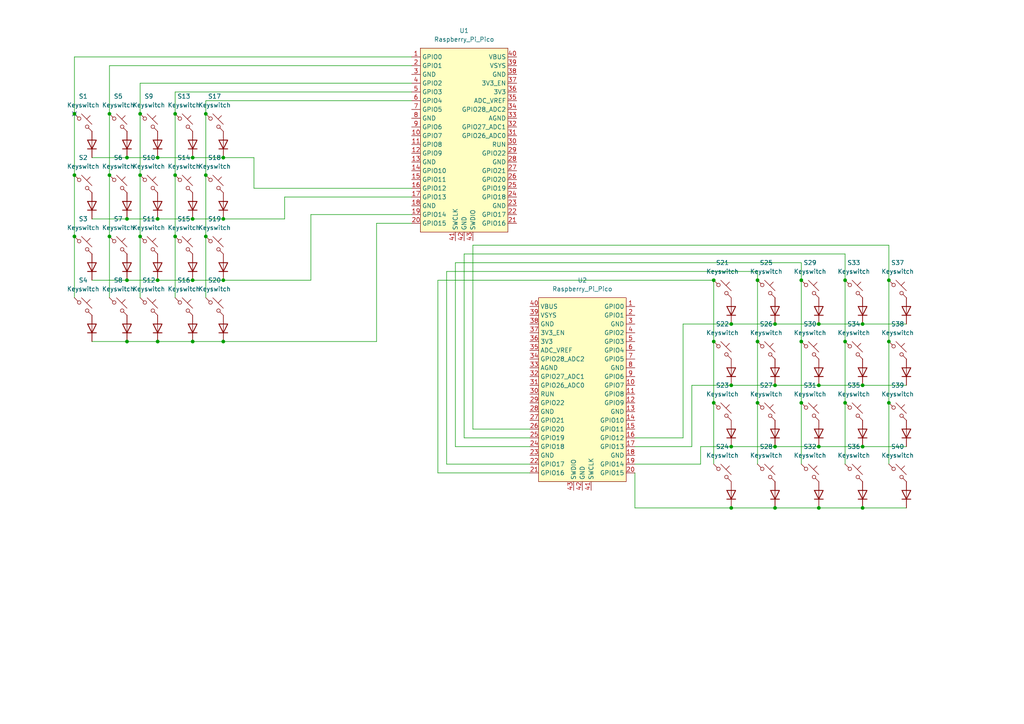
<source format=kicad_sch>
(kicad_sch (version 20231120) (generator "eeschema") (generator_version "8.0")
  (paper "A4")
  (lib_symbols
    (symbol "ScottoKeebs:MCU_Raspberry_Pi_Pico"
      (property "Reference" "U" (at 0 0 0))
      (property "Value" "Raspberry_Pi_Pico" (at 0 27.94 0))
      (symbol "MCU_Raspberry_Pi_Pico_0_1"
        (rectangle (start -12.7 26.67) (end 12.7 -26.67) (fill (type background)))
      )
      (symbol "MCU_Raspberry_Pi_Pico_1_1"
        (pin bidirectional line (at -15.24 24.13 0) (length 2.54) (name "GPIO0") (number "1"))
        (pin bidirectional line (at -15.24 1.27 0) (length 2.54) (name "GPIO7") (number "10"))
        (pin bidirectional line (at -15.24 -1.27 0) (length 2.54) (name "GPIO8") (number "11"))
        (pin bidirectional line (at -15.24 -3.81 0) (length 2.54) (name "GPIO9") (number "12"))
        (pin power_in line (at -15.24 -6.35 0) (length 2.54) (name "GND") (number "13"))
        (pin bidirectional line (at -15.24 -8.89 0) (length 2.54) (name "GPIO10") (number "14"))
        (pin bidirectional line (at -15.24 -11.43 0) (length 2.54) (name "GPIO11") (number "15"))
        (pin bidirectional line (at -15.24 -13.97 0) (length 2.54) (name "GPIO12") (number "16"))
        (pin bidirectional line (at -15.24 -16.51 0) (length 2.54) (name "GPIO13") (number "17"))
        (pin power_in line (at -15.24 -19.05 0) (length 2.54) (name "GND") (number "18"))
        (pin bidirectional line (at -15.24 -21.59 0) (length 2.54) (name "GPIO14") (number "19"))
        (pin bidirectional line (at -15.24 21.59 0) (length 2.54) (name "GPIO1") (number "2"))
        (pin bidirectional line (at -15.24 -24.13 0) (length 2.54) (name "GPIO15") (number "20"))
        (pin bidirectional line (at 15.24 -24.13 180) (length 2.54) (name "GPIO16") (number "21"))
        (pin bidirectional line (at 15.24 -21.59 180) (length 2.54) (name "GPIO17") (number "22"))
        (pin power_in line (at 15.24 -19.05 180) (length 2.54) (name "GND") (number "23"))
        (pin bidirectional line (at 15.24 -16.51 180) (length 2.54) (name "GPIO18") (number "24"))
        (pin bidirectional line (at 15.24 -13.97 180) (length 2.54) (name "GPIO19") (number "25"))
        (pin bidirectional line (at 15.24 -11.43 180) (length 2.54) (name "GPIO20") (number "26"))
        (pin bidirectional line (at 15.24 -8.89 180) (length 2.54) (name "GPIO21") (number "27"))
        (pin power_in line (at 15.24 -6.35 180) (length 2.54) (name "GND") (number "28"))
        (pin bidirectional line (at 15.24 -3.81 180) (length 2.54) (name "GPIO22") (number "29"))
        (pin power_in line (at -15.24 19.05 0) (length 2.54) (name "GND") (number "3"))
        (pin input line (at 15.24 -1.27 180) (length 2.54) (name "RUN") (number "30"))
        (pin bidirectional line (at 15.24 1.27 180) (length 2.54) (name "GPIO26_ADC0") (number "31"))
        (pin bidirectional line (at 15.24 3.81 180) (length 2.54) (name "GPIO27_ADC1") (number "32"))
        (pin power_in line (at 15.24 6.35 180) (length 2.54) (name "AGND") (number "33"))
        (pin bidirectional line (at 15.24 8.89 180) (length 2.54) (name "GPIO28_ADC2") (number "34"))
        (pin power_in line (at 15.24 11.43 180) (length 2.54) (name "ADC_VREF") (number "35"))
        (pin power_in line (at 15.24 13.97 180) (length 2.54) (name "3V3") (number "36"))
        (pin input line (at 15.24 16.51 180) (length 2.54) (name "3V3_EN") (number "37"))
        (pin bidirectional line (at 15.24 19.05 180) (length 2.54) (name "GND") (number "38"))
        (pin power_in line (at 15.24 21.59 180) (length 2.54) (name "VSYS") (number "39"))
        (pin bidirectional line (at -15.24 16.51 0) (length 2.54) (name "GPIO2") (number "4"))
        (pin power_in line (at 15.24 24.13 180) (length 2.54) (name "VBUS") (number "40"))
        (pin input line (at -2.54 -29.21 90) (length 2.54) (name "SWCLK") (number "41"))
        (pin power_in line (at 0 -29.21 90) (length 2.54) (name "GND") (number "42"))
        (pin bidirectional line (at 2.54 -29.21 90) (length 2.54) (name "SWDIO") (number "43"))
        (pin bidirectional line (at -15.24 13.97 0) (length 2.54) (name "GPIO3") (number "5"))
        (pin bidirectional line (at -15.24 11.43 0) (length 2.54) (name "GPIO4") (number "6"))
        (pin bidirectional line (at -15.24 8.89 0) (length 2.54) (name "GPIO5") (number "7"))
        (pin power_in line (at -15.24 6.35 0) (length 2.54) (name "GND") (number "8"))
        (pin bidirectional line (at -15.24 3.81 0) (length 2.54) (name "GPIO6") (number "9"))
      )
    )
    (symbol "ScottoKeebs:Placeholder_Diode" (pin_numbers hide) (pin_names hide)
      (property "Reference" "D" (at 0 2.54 0))
      (property "Value" "Diode" (at 0 -2.54 0))
      (symbol "Placeholder_Diode_0_1"
        (polyline (pts (xy -1.27 1.27) (xy -1.27 -1.27)) (stroke (width 0.254)))
        (polyline (pts (xy 1.27 0) (xy -1.27 0)))
        (polyline (pts (xy 1.27 1.27) (xy 1.27 -1.27) (xy -1.27 0) (xy 1.27 1.27)) (stroke (width 0.254)))
      )
      (symbol "Placeholder_Diode_1_1"
        (pin passive line (at -3.81 0 0) (length 2.54) (name "K") (number "1"))
        (pin passive line (at 3.81 0 180) (length 2.54) (name "A") (number "2"))
      )
    )
    (symbol "ScottoKeebs:Placeholder_Keyswitch" (pin_numbers hide) (pin_names (offset 1.016) hide)
      (property "Reference" "S" (at 3.048 1.016 0))
      (property "Value" "Keyswitch" (at 0 -3.81 0))
      (symbol "Placeholder_Keyswitch_0_1"
        (circle (center -1.1684 1.1684) (radius 0.508))
        (polyline (pts (xy -0.508 2.54) (xy 2.54 -0.508)))
        (polyline (pts (xy 1.016 1.016) (xy 2.032 2.032)))
        (polyline (pts (xy -2.54 2.54) (xy -1.524 1.524) (xy -1.524 1.524)))
        (polyline (pts (xy 1.524 -1.524) (xy 2.54 -2.54) (xy 2.54 -2.54) (xy 2.54 -2.54)))
        (circle (center 1.143 -1.1938) (radius 0.508))
        (pin passive line (at -2.54 2.54 0) (length 0) (name "1") (number "1"))
        (pin passive line (at 2.54 -2.54 180) (length 0) (name "2") (number "2"))
      )
    )
  )
  (junction (at 45.72 99.06))
  (junction (at 64.77 45.72))
  (junction (at 232.41 81.28))
  (junction (at 207.01 99.06))
  (junction (at 50.8 50.8))
  (junction (at 59.69 68.58))
  (junction (at 224.79 129.54))
  (junction (at 245.11 99.06))
  (junction (at 36.83 81.28))
  (junction (at 250.19 147.32))
  (junction (at 59.69 50.8))
  (junction (at 55.88 99.06))
  (junction (at 45.72 63.5))
  (junction (at 232.41 116.84))
  (junction (at 224.79 93.98))
  (junction (at 40.64 33.02))
  (junction (at 245.11 116.84))
  (junction (at 212.09 111.76))
  (junction (at 64.77 99.06))
  (junction (at 45.72 45.72))
  (junction (at 50.8 33.02))
  (junction (at 237.49 93.98))
  (junction (at 212.09 129.54))
  (junction (at 36.83 63.5))
  (junction (at 212.09 147.32))
  (junction (at 59.69 33.02))
  (junction (at 224.79 111.76))
  (junction (at 250.19 111.76))
  (junction (at 21.59 68.58))
  (junction (at 212.09 93.98))
  (junction (at 55.88 63.5))
  (junction (at 245.11 81.28))
  (junction (at 50.8 68.58))
  (junction (at 257.81 99.06))
  (junction (at 21.59 33.02))
  (junction (at 31.75 68.58))
  (junction (at 64.77 81.28))
  (junction (at 40.64 68.58))
  (junction (at 207.01 81.28))
  (junction (at 237.49 129.54))
  (junction (at 55.88 81.28))
  (junction (at 36.83 45.72))
  (junction (at 207.01 116.84))
  (junction (at 224.79 147.32))
  (junction (at 219.71 116.84))
  (junction (at 237.49 111.76))
  (junction (at 31.75 50.8))
  (junction (at 55.88 45.72))
  (junction (at 64.77 63.5))
  (junction (at 219.71 81.28))
  (junction (at 257.81 81.28))
  (junction (at 31.75 33.02))
  (junction (at 232.41 99.06))
  (junction (at 250.19 93.98))
  (junction (at 237.49 147.32))
  (junction (at 21.59 50.8))
  (junction (at 250.19 129.54))
  (junction (at 257.81 116.84))
  (junction (at 36.83 99.06))
  (junction (at 45.72 81.28))
  (junction (at 219.71 99.06))
  (junction (at 40.64 50.8))
  (no_connect (at 21.59 33.02))
  (wire (pts (xy 26.67 81.28) (xy 36.83 81.28)))
  (wire (pts (xy 232.41 81.28) (xy 232.41 76.2)))
  (wire (pts (xy 40.64 33.02) (xy 40.64 24.13)))
  (wire (pts (xy 219.71 81.28) (xy 219.71 99.06)))
  (wire (pts (xy 50.8 26.67) (xy 119.38 26.67)))
  (wire (pts (xy 250.19 93.98) (xy 262.89 93.98)))
  (wire (pts (xy 224.79 111.76) (xy 237.49 111.76)))
  (wire (pts (xy 257.81 116.84) (xy 257.81 134.62)))
  (wire (pts (xy 129.54 134.62) (xy 153.67 134.62)))
  (wire (pts (xy 36.83 81.28) (xy 45.72 81.28)))
  (wire (pts (xy 224.79 93.98) (xy 237.49 93.98)))
  (wire (pts (xy 64.77 63.5) (xy 82.55 63.5)))
  (wire (pts (xy 82.55 57.15) (xy 119.38 57.15)))
  (wire (pts (xy 50.8 33.02) (xy 50.8 26.67)))
  (wire (pts (xy 59.69 68.58) (xy 59.69 86.36)))
  (wire (pts (xy 207.01 99.06) (xy 207.01 116.84)))
  (wire (pts (xy 198.12 93.98) (xy 198.12 127)))
  (wire (pts (xy 31.75 19.05) (xy 119.38 19.05)))
  (wire (pts (xy 45.72 45.72) (xy 55.88 45.72)))
  (wire (pts (xy 257.81 81.28) (xy 257.81 99.06)))
  (wire (pts (xy 212.09 147.32) (xy 184.15 147.32)))
  (wire (pts (xy 59.69 33.02) (xy 59.69 50.8)))
  (wire (pts (xy 137.16 71.12) (xy 257.81 71.12)))
  (wire (pts (xy 55.88 63.5) (xy 64.77 63.5)))
  (wire (pts (xy 245.11 116.84) (xy 245.11 134.62)))
  (wire (pts (xy 55.88 99.06) (xy 64.77 99.06)))
  (wire (pts (xy 21.59 68.58) (xy 21.59 86.36)))
  (wire (pts (xy 245.11 81.28) (xy 245.11 99.06)))
  (wire (pts (xy 212.09 147.32) (xy 224.79 147.32)))
  (wire (pts (xy 45.72 99.06) (xy 55.88 99.06)))
  (wire (pts (xy 237.49 111.76) (xy 250.19 111.76)))
  (wire (pts (xy 219.71 116.84) (xy 219.71 134.62)))
  (wire (pts (xy 59.69 50.8) (xy 59.69 68.58)))
  (wire (pts (xy 203.2 129.54) (xy 203.2 134.62)))
  (wire (pts (xy 50.8 50.8) (xy 50.8 68.58)))
  (wire (pts (xy 184.15 147.32) (xy 184.15 137.16)))
  (wire (pts (xy 203.2 134.62) (xy 184.15 134.62)))
  (wire (pts (xy 59.69 29.21) (xy 119.38 29.21)))
  (wire (pts (xy 31.75 68.58) (xy 31.75 86.36)))
  (wire (pts (xy 132.08 129.54) (xy 153.67 129.54)))
  (wire (pts (xy 90.17 62.23) (xy 90.17 81.28)))
  (wire (pts (xy 21.59 33.02) (xy 21.59 50.8)))
  (wire (pts (xy 45.72 81.28) (xy 55.88 81.28)))
  (wire (pts (xy 50.8 33.02) (xy 50.8 50.8)))
  (wire (pts (xy 134.62 73.66) (xy 134.62 127)))
  (wire (pts (xy 50.8 68.58) (xy 50.8 86.36)))
  (wire (pts (xy 224.79 147.32) (xy 237.49 147.32)))
  (wire (pts (xy 137.16 71.12) (xy 137.16 124.46)))
  (wire (pts (xy 40.64 24.13) (xy 119.38 24.13)))
  (wire (pts (xy 26.67 45.72) (xy 36.83 45.72)))
  (wire (pts (xy 36.83 63.5) (xy 45.72 63.5)))
  (wire (pts (xy 232.41 81.28) (xy 232.41 99.06)))
  (wire (pts (xy 26.67 63.5) (xy 36.83 63.5)))
  (wire (pts (xy 212.09 93.98) (xy 198.12 93.98)))
  (wire (pts (xy 134.62 127) (xy 153.67 127)))
  (wire (pts (xy 21.59 16.51) (xy 119.38 16.51)))
  (wire (pts (xy 132.08 76.2) (xy 232.41 76.2)))
  (wire (pts (xy 21.59 33.02) (xy 21.59 16.51)))
  (wire (pts (xy 198.12 127) (xy 184.15 127)))
  (wire (pts (xy 212.09 129.54) (xy 224.79 129.54)))
  (wire (pts (xy 237.49 129.54) (xy 250.19 129.54)))
  (wire (pts (xy 40.64 50.8) (xy 40.64 68.58)))
  (wire (pts (xy 127 81.28) (xy 127 137.16)))
  (wire (pts (xy 55.88 81.28) (xy 64.77 81.28)))
  (wire (pts (xy 31.75 50.8) (xy 31.75 68.58)))
  (wire (pts (xy 55.88 45.72) (xy 64.77 45.72)))
  (wire (pts (xy 132.08 76.2) (xy 132.08 129.54)))
  (wire (pts (xy 82.55 57.15) (xy 82.55 63.5)))
  (wire (pts (xy 21.59 50.8) (xy 21.59 68.58)))
  (wire (pts (xy 127 81.28) (xy 207.01 81.28)))
  (wire (pts (xy 64.77 45.72) (xy 73.66 45.72)))
  (wire (pts (xy 250.19 111.76) (xy 262.89 111.76)))
  (wire (pts (xy 212.09 93.98) (xy 224.79 93.98)))
  (wire (pts (xy 245.11 81.28) (xy 245.11 73.66)))
  (wire (pts (xy 64.77 99.06) (xy 109.22 99.06)))
  (wire (pts (xy 45.72 63.5) (xy 55.88 63.5)))
  (wire (pts (xy 137.16 124.46) (xy 153.67 124.46)))
  (wire (pts (xy 36.83 45.72) (xy 45.72 45.72)))
  (wire (pts (xy 219.71 99.06) (xy 219.71 116.84)))
  (wire (pts (xy 212.09 111.76) (xy 200.66 111.76)))
  (wire (pts (xy 73.66 54.61) (xy 119.38 54.61)))
  (wire (pts (xy 224.79 129.54) (xy 237.49 129.54)))
  (wire (pts (xy 245.11 99.06) (xy 245.11 116.84)))
  (wire (pts (xy 36.83 99.06) (xy 45.72 99.06)))
  (wire (pts (xy 212.09 129.54) (xy 203.2 129.54)))
  (wire (pts (xy 200.66 111.76) (xy 200.66 129.54)))
  (wire (pts (xy 212.09 111.76) (xy 224.79 111.76)))
  (wire (pts (xy 31.75 33.02) (xy 31.75 50.8)))
  (wire (pts (xy 232.41 99.06) (xy 232.41 116.84)))
  (wire (pts (xy 129.54 78.74) (xy 219.71 78.74)))
  (wire (pts (xy 127 137.16) (xy 153.67 137.16)))
  (wire (pts (xy 237.49 93.98) (xy 250.19 93.98)))
  (wire (pts (xy 207.01 81.28) (xy 207.01 99.06)))
  (wire (pts (xy 109.22 99.06) (xy 109.22 64.77)))
  (wire (pts (xy 40.64 68.58) (xy 40.64 86.36)))
  (wire (pts (xy 250.19 129.54) (xy 262.89 129.54)))
  (wire (pts (xy 90.17 62.23) (xy 119.38 62.23)))
  (wire (pts (xy 219.71 81.28) (xy 219.71 78.74)))
  (wire (pts (xy 232.41 116.84) (xy 232.41 134.62)))
  (wire (pts (xy 184.15 129.54) (xy 200.66 129.54)))
  (wire (pts (xy 250.19 147.32) (xy 262.89 147.32)))
  (wire (pts (xy 64.77 81.28) (xy 90.17 81.28)))
  (wire (pts (xy 207.01 116.84) (xy 207.01 134.62)))
  (wire (pts (xy 59.69 33.02) (xy 59.69 29.21)))
  (wire (pts (xy 257.81 99.06) (xy 257.81 116.84)))
  (wire (pts (xy 26.67 99.06) (xy 36.83 99.06)))
  (wire (pts (xy 129.54 78.74) (xy 129.54 134.62)))
  (wire (pts (xy 31.75 33.02) (xy 31.75 19.05)))
  (wire (pts (xy 109.22 64.77) (xy 119.38 64.77)))
  (wire (pts (xy 257.81 81.28) (xy 257.81 71.12)))
  (wire (pts (xy 134.62 73.66) (xy 245.11 73.66)))
  (wire (pts (xy 237.49 147.32) (xy 250.19 147.32)))
  (wire (pts (xy 73.66 54.61) (xy 73.66 45.72)))
  (wire (pts (xy 40.64 33.02) (xy 40.64 50.8)))
  (symbol (lib_id "ScottoKeebs:Placeholder_Diode") (at 250.19 107.95 90) (unit 1)
    (property "Reference" "D34" (effects (hide yes)))
    (property "Value" "Diode" (effects (hide yes)))
    (property "Footprint" "ScottoKeebs_Components:Diode_SOD-123" (effects (hide yes)))
    (property "Description" "1N4148 (DO-35) or 1N4148W (SOD-123)" (effects (hide yes)))
    (property "Sim.Device" "D" (effects (hide yes)))
    (property "Sim.Pins" "1=K 2=A" (effects (hide yes)))
  )
  (symbol (lib_id "ScottoKeebs:Placeholder_Keyswitch") (at 62.23 88.9 0) (unit 1)
    (property "Reference" "S20" (at 62.23 81.28 0))
    (property "Value" "Keyswitch" (at 62.23 83.82 0))
    (property "Footprint" "ScottoKeebs_MX:MX_PCB_1.00u" (effects (hide yes)))
    (property "Description" "Push button switch, normally open, two pins, 45° tilted" (effects (hide yes)))
  )
  (symbol (lib_id "ScottoKeebs:Placeholder_Keyswitch") (at 34.29 88.9 0) (unit 1)
    (property "Reference" "S8" (at 34.29 81.28 0))
    (property "Value" "Keyswitch" (at 34.29 83.82 0))
    (property "Footprint" "ScottoKeebs_MX:MX_PCB_1.00u" (effects (hide yes)))
    (property "Description" "Push button switch, normally open, two pins, 45° tilted" (effects (hide yes)))
  )
  (symbol (lib_id "ScottoKeebs:Placeholder_Keyswitch") (at 209.55 119.38 0) (unit 1)
    (property "Reference" "S23" (at 209.55 111.76 0))
    (property "Value" "Keyswitch" (at 209.55 114.3 0))
    (property "Footprint" "ScottoKeebs_MX:MX_PCB_1.00u" (effects (hide yes)))
    (property "Description" "Push button switch, normally open, two pins, 45° tilted" (effects (hide yes)))
  )
  (symbol (lib_id "ScottoKeebs:Placeholder_Keyswitch") (at 209.55 83.82 0) (unit 1)
    (property "Reference" "S21" (at 209.55 76.2 0))
    (property "Value" "Keyswitch" (at 209.55 78.74 0))
    (property "Footprint" "ScottoKeebs_MX:MX_PCB_1.00u" (effects (hide yes)))
    (property "Description" "Push button switch, normally open, two pins, 45° tilted" (effects (hide yes)))
  )
  (symbol (lib_id "ScottoKeebs:Placeholder_Keyswitch") (at 222.25 101.6 0) (unit 1)
    (property "Reference" "S26" (at 222.25 93.98 0))
    (property "Value" "Keyswitch" (at 222.25 96.52 0))
    (property "Footprint" "ScottoKeebs_MX:MX_PCB_1.00u" (effects (hide yes)))
    (property "Description" "Push button switch, normally open, two pins, 45° tilted" (effects (hide yes)))
  )
  (symbol (lib_id "ScottoKeebs:Placeholder_Diode") (at 250.19 125.73 90) (unit 1)
    (property "Reference" "D35" (effects (hide yes)))
    (property "Value" "Diode" (effects (hide yes)))
    (property "Footprint" "ScottoKeebs_Components:Diode_SOD-123" (effects (hide yes)))
    (property "Description" "1N4148 (DO-35) or 1N4148W (SOD-123)" (effects (hide yes)))
    (property "Sim.Device" "D" (effects (hide yes)))
    (property "Sim.Pins" "1=K 2=A" (effects (hide yes)))
  )
  (symbol (lib_id "ScottoKeebs:Placeholder_Keyswitch") (at 53.34 35.56 0) (unit 1)
    (property "Reference" "S13" (at 53.34 27.94 0))
    (property "Value" "Keyswitch" (at 53.34 30.48 0))
    (property "Footprint" "ScottoKeebs_MX:MX_PCB_1.00u" (effects (hide yes)))
    (property "Description" "Push button switch, normally open, two pins, 45° tilted" (effects (hide yes)))
  )
  (symbol (lib_id "ScottoKeebs:Placeholder_Diode") (at 224.79 90.17 90) (unit 1)
    (property "Reference" "D25" (effects (hide yes)))
    (property "Value" "Diode" (effects (hide yes)))
    (property "Footprint" "ScottoKeebs_Components:Diode_SOD-123" (effects (hide yes)))
    (property "Description" "1N4148 (DO-35) or 1N4148W (SOD-123)" (effects (hide yes)))
    (property "Sim.Device" "D" (effects (hide yes)))
    (property "Sim.Pins" "1=K 2=A" (effects (hide yes)))
  )
  (symbol (lib_id "ScottoKeebs:Placeholder_Diode") (at 36.83 95.25 90) (unit 1)
    (property "Reference" "D8" (effects (hide yes)))
    (property "Value" "Diode" (effects (hide yes)))
    (property "Footprint" "ScottoKeebs_Components:Diode_SOD-123" (effects (hide yes)))
    (property "Description" "1N4148 (DO-35) or 1N4148W (SOD-123)" (effects (hide yes)))
    (property "Sim.Device" "D" (effects (hide yes)))
    (property "Sim.Pins" "1=K 2=A" (effects (hide yes)))
  )
  (symbol (lib_id "ScottoKeebs:Placeholder_Diode") (at 237.49 107.95 90) (unit 1)
    (property "Reference" "D30" (effects (hide yes)))
    (property "Value" "Diode" (effects (hide yes)))
    (property "Footprint" "ScottoKeebs_Components:Diode_SOD-123" (effects (hide yes)))
    (property "Description" "1N4148 (DO-35) or 1N4148W (SOD-123)" (effects (hide yes)))
    (property "Sim.Device" "D" (effects (hide yes)))
    (property "Sim.Pins" "1=K 2=A" (effects (hide yes)))
  )
  (symbol (lib_id "ScottoKeebs:Placeholder_Diode") (at 55.88 77.47 90) (unit 1)
    (property "Reference" "D15" (effects (hide yes)))
    (property "Value" "Diode" (effects (hide yes)))
    (property "Footprint" "ScottoKeebs_Components:Diode_SOD-123" (effects (hide yes)))
    (property "Description" "1N4148 (DO-35) or 1N4148W (SOD-123)" (effects (hide yes)))
    (property "Sim.Device" "D" (effects (hide yes)))
    (property "Sim.Pins" "1=K 2=A" (effects (hide yes)))
  )
  (symbol (lib_id "ScottoKeebs:Placeholder_Diode") (at 36.83 77.47 90) (unit 1)
    (property "Reference" "D7" (effects (hide yes)))
    (property "Value" "Diode" (effects (hide yes)))
    (property "Footprint" "ScottoKeebs_Components:Diode_SOD-123" (effects (hide yes)))
    (property "Description" "1N4148 (DO-35) or 1N4148W (SOD-123)" (effects (hide yes)))
    (property "Sim.Device" "D" (effects (hide yes)))
    (property "Sim.Pins" "1=K 2=A" (effects (hide yes)))
  )
  (symbol (lib_id "ScottoKeebs:Placeholder_Diode") (at 36.83 59.69 90) (unit 1)
    (property "Reference" "D6" (effects (hide yes)))
    (property "Value" "Diode" (effects (hide yes)))
    (property "Footprint" "ScottoKeebs_Components:Diode_SOD-123" (effects (hide yes)))
    (property "Description" "1N4148 (DO-35) or 1N4148W (SOD-123)" (effects (hide yes)))
    (property "Sim.Device" "D" (effects (hide yes)))
    (property "Sim.Pins" "1=K 2=A" (effects (hide yes)))
  )
  (symbol (lib_id "ScottoKeebs:Placeholder_Diode") (at 212.09 90.17 90) (unit 1)
    (property "Reference" "D21" (effects (hide yes)))
    (property "Value" "Diode" (effects (hide yes)))
    (property "Footprint" "ScottoKeebs_Components:Diode_SOD-123" (effects (hide yes)))
    (property "Description" "1N4148 (DO-35) or 1N4148W (SOD-123)" (effects (hide yes)))
    (property "Sim.Device" "D" (effects (hide yes)))
    (property "Sim.Pins" "1=K 2=A" (effects (hide yes)))
  )
  (symbol (lib_id "ScottoKeebs:Placeholder_Keyswitch") (at 53.34 53.34 0) (unit 1)
    (property "Reference" "S14" (at 53.34 45.72 0))
    (property "Value" "Keyswitch" (at 53.34 48.26 0))
    (property "Footprint" "ScottoKeebs_MX:MX_PCB_1.00u" (effects (hide yes)))
    (property "Description" "Push button switch, normally open, two pins, 45° tilted" (effects (hide yes)))
  )
  (symbol (lib_id "ScottoKeebs:Placeholder_Keyswitch") (at 260.35 83.82 0) (unit 1)
    (property "Reference" "S37" (at 260.35 76.2 0))
    (property "Value" "Keyswitch" (at 260.35 78.74 0))
    (property "Footprint" "ScottoKeebs_MX:MX_PCB_1.00u" (effects (hide yes)))
    (property "Description" "Push button switch, normally open, two pins, 45° tilted" (effects (hide yes)))
  )
  (symbol (lib_id "ScottoKeebs:Placeholder_Diode") (at 224.79 143.51 90) (unit 1)
    (property "Reference" "D28" (effects (hide yes)))
    (property "Value" "Diode" (effects (hide yes)))
    (property "Footprint" "ScottoKeebs_Components:Diode_SOD-123" (effects (hide yes)))
    (property "Description" "1N4148 (DO-35) or 1N4148W (SOD-123)" (effects (hide yes)))
    (property "Sim.Device" "D" (effects (hide yes)))
    (property "Sim.Pins" "1=K 2=A" (effects (hide yes)))
  )
  (symbol (lib_id "ScottoKeebs:Placeholder_Keyswitch") (at 260.35 101.6 0) (unit 1)
    (property "Reference" "S38" (at 260.35 93.98 0))
    (property "Value" "Keyswitch" (at 260.35 96.52 0))
    (property "Footprint" "ScottoKeebs_MX:MX_PCB_1.00u" (effects (hide yes)))
    (property "Description" "Push button switch, normally open, two pins, 45° tilted" (effects (hide yes)))
  )
  (symbol (lib_id "ScottoKeebs:Placeholder_Diode") (at 55.88 59.69 90) (unit 1)
    (property "Reference" "D14" (effects (hide yes)))
    (property "Value" "Diode" (effects (hide yes)))
    (property "Footprint" "ScottoKeebs_Components:Diode_SOD-123" (effects (hide yes)))
    (property "Description" "1N4148 (DO-35) or 1N4148W (SOD-123)" (effects (hide yes)))
    (property "Sim.Device" "D" (effects (hide yes)))
    (property "Sim.Pins" "1=K 2=A" (effects (hide yes)))
  )
  (symbol (lib_id "ScottoKeebs:Placeholder_Diode") (at 55.88 41.91 90) (unit 1)
    (property "Reference" "D13" (effects (hide yes)))
    (property "Value" "Diode" (effects (hide yes)))
    (property "Footprint" "ScottoKeebs_Components:Diode_SOD-123" (effects (hide yes)))
    (property "Description" "1N4148 (DO-35) or 1N4148W (SOD-123)" (effects (hide yes)))
    (property "Sim.Device" "D" (effects (hide yes)))
    (property "Sim.Pins" "1=K 2=A" (effects (hide yes)))
  )
  (symbol (lib_id "ScottoKeebs:Placeholder_Diode") (at 237.49 125.73 90) (unit 1)
    (property "Reference" "D31" (effects (hide yes)))
    (property "Value" "Diode" (effects (hide yes)))
    (property "Footprint" "ScottoKeebs_Components:Diode_SOD-123" (effects (hide yes)))
    (property "Description" "1N4148 (DO-35) or 1N4148W (SOD-123)" (effects (hide yes)))
    (property "Sim.Device" "D" (effects (hide yes)))
    (property "Sim.Pins" "1=K 2=A" (effects (hide yes)))
  )
  (symbol (lib_id "ScottoKeebs:Placeholder_Keyswitch") (at 43.18 71.12 0) (unit 1)
    (property "Reference" "S11" (at 43.18 63.5 0))
    (property "Value" "Keyswitch" (at 43.18 66.04 0))
    (property "Footprint" "ScottoKeebs_MX:MX_PCB_1.00u" (effects (hide yes)))
    (property "Description" "Push button switch, normally open, two pins, 45° tilted" (effects (hide yes)))
  )
  (symbol (lib_id "ScottoKeebs:Placeholder_Diode") (at 262.89 107.95 90) (unit 1)
    (property "Reference" "D38" (effects (hide yes)))
    (property "Value" "Diode" (effects (hide yes)))
    (property "Footprint" "ScottoKeebs_Components:Diode_SOD-123" (effects (hide yes)))
    (property "Description" "1N4148 (DO-35) or 1N4148W (SOD-123)" (effects (hide yes)))
    (property "Sim.Device" "D" (effects (hide yes)))
    (property "Sim.Pins" "1=K 2=A" (effects (hide yes)))
  )
  (symbol (lib_id "ScottoKeebs:Placeholder_Keyswitch") (at 34.29 71.12 0) (unit 1)
    (property "Reference" "S7" (at 34.29 63.5 0))
    (property "Value" "Keyswitch" (at 34.29 66.04 0))
    (property "Footprint" "ScottoKeebs_MX:MX_PCB_1.00u" (effects (hide yes)))
    (property "Description" "Push button switch, normally open, two pins, 45° tilted" (effects (hide yes)))
  )
  (symbol (lib_id "ScottoKeebs:Placeholder_Keyswitch") (at 234.95 137.16 0) (unit 1)
    (property "Reference" "S32" (at 234.95 129.54 0))
    (property "Value" "Keyswitch" (at 234.95 132.08 0))
    (property "Footprint" "ScottoKeebs_MX:MX_PCB_1.00u" (effects (hide yes)))
    (property "Description" "Push button switch, normally open, two pins, 45° tilted" (effects (hide yes)))
  )
  (symbol (lib_id "ScottoKeebs:Placeholder_Diode") (at 26.67 95.25 90) (unit 1)
    (property "Reference" "D4" (effects (hide yes)))
    (property "Value" "Diode" (effects (hide yes)))
    (property "Footprint" "ScottoKeebs_Components:Diode_SOD-123" (effects (hide yes)))
    (property "Description" "1N4148 (DO-35) or 1N4148W (SOD-123)" (effects (hide yes)))
    (property "Sim.Device" "D" (effects (hide yes)))
    (property "Sim.Pins" "1=K 2=A" (effects (hide yes)))
  )
  (symbol (lib_id "ScottoKeebs:Placeholder_Diode") (at 212.09 125.73 90) (unit 1)
    (property "Reference" "D23" (effects (hide yes)))
    (property "Value" "Diode" (effects (hide yes)))
    (property "Footprint" "ScottoKeebs_Components:Diode_SOD-123" (effects (hide yes)))
    (property "Description" "1N4148 (DO-35) or 1N4148W (SOD-123)" (effects (hide yes)))
    (property "Sim.Device" "D" (effects (hide yes)))
    (property "Sim.Pins" "1=K 2=A" (effects (hide yes)))
  )
  (symbol (lib_id "ScottoKeebs:Placeholder_Keyswitch") (at 209.55 101.6 0) (unit 1)
    (property "Reference" "S22" (at 209.55 93.98 0))
    (property "Value" "Keyswitch" (at 209.55 96.52 0))
    (property "Footprint" "ScottoKeebs_MX:MX_PCB_1.00u" (effects (hide yes)))
    (property "Description" "Push button switch, normally open, two pins, 45° tilted" (effects (hide yes)))
  )
  (symbol (lib_id "ScottoKeebs:Placeholder_Keyswitch") (at 24.13 35.56 0) (unit 1)
    (property "Reference" "S1" (at 24.13 27.94 0))
    (property "Value" "Keyswitch" (at 24.13 30.48 0))
    (property "Footprint" "ScottoKeebs_MX:MX_PCB_1.00u" (effects (hide yes)))
    (property "Description" "Push button switch, normally open, two pins, 45° tilted" (effects (hide yes)))
  )
  (symbol (lib_id "ScottoKeebs:Placeholder_Diode") (at 250.19 90.17 90) (unit 1)
    (property "Reference" "D33" (effects (hide yes)))
    (property "Value" "Diode" (effects (hide yes)))
    (property "Footprint" "ScottoKeebs_Components:Diode_SOD-123" (effects (hide yes)))
    (property "Description" "1N4148 (DO-35) or 1N4148W (SOD-123)" (effects (hide yes)))
    (property "Sim.Device" "D" (effects (hide yes)))
    (property "Sim.Pins" "1=K 2=A" (effects (hide yes)))
  )
  (symbol (lib_id "ScottoKeebs:Placeholder_Diode") (at 64.77 59.69 90) (unit 1)
    (property "Reference" "D18" (effects (hide yes)))
    (property "Value" "Diode" (effects (hide yes)))
    (property "Footprint" "ScottoKeebs_Components:Diode_SOD-123" (effects (hide yes)))
    (property "Description" "1N4148 (DO-35) or 1N4148W (SOD-123)" (effects (hide yes)))
    (property "Sim.Device" "D" (effects (hide yes)))
    (property "Sim.Pins" "1=K 2=A" (effects (hide yes)))
  )
  (symbol (lib_id "ScottoKeebs:Placeholder_Keyswitch") (at 43.18 88.9 0) (unit 1)
    (property "Reference" "S12" (at 43.18 81.28 0))
    (property "Value" "Keyswitch" (at 43.18 83.82 0))
    (property "Footprint" "ScottoKeebs_MX:MX_PCB_1.00u" (effects (hide yes)))
    (property "Description" "Push button switch, normally open, two pins, 45° tilted" (effects (hide yes)))
  )
  (symbol (lib_id "ScottoKeebs:Placeholder_Keyswitch") (at 247.65 137.16 0) (unit 1)
    (property "Reference" "S36" (at 247.65 129.54 0))
    (property "Value" "Keyswitch" (at 247.65 132.08 0))
    (property "Footprint" "ScottoKeebs_MX:MX_PCB_1.00u" (effects (hide yes)))
    (property "Description" "Push button switch, normally open, two pins, 45° tilted" (effects (hide yes)))
  )
  (symbol (lib_id "ScottoKeebs:Placeholder_Diode") (at 45.72 41.91 90) (unit 1)
    (property "Reference" "D9" (effects (hide yes)))
    (property "Value" "Diode" (effects (hide yes)))
    (property "Footprint" "ScottoKeebs_Components:Diode_SOD-123" (effects (hide yes)))
    (property "Description" "1N4148 (DO-35) or 1N4148W (SOD-123)" (effects (hide yes)))
    (property "Sim.Device" "D" (effects (hide yes)))
    (property "Sim.Pins" "1=K 2=A" (effects (hide yes)))
  )
  (symbol (lib_id "ScottoKeebs:Placeholder_Keyswitch") (at 247.65 101.6 0) (unit 1)
    (property "Reference" "S34" (at 247.65 93.98 0))
    (property "Value" "Keyswitch" (at 247.65 96.52 0))
    (property "Footprint" "ScottoKeebs_MX:MX_PCB_1.00u" (effects (hide yes)))
    (property "Description" "Push button switch, normally open, two pins, 45° tilted" (effects (hide yes)))
  )
  (symbol (lib_id "ScottoKeebs:Placeholder_Keyswitch") (at 222.25 83.82 0) (unit 1)
    (property "Reference" "S25" (at 222.25 76.2 0))
    (property "Value" "Keyswitch" (at 222.25 78.74 0))
    (property "Footprint" "ScottoKeebs_MX:MX_PCB_1.00u" (effects (hide yes)))
    (property "Description" "Push button switch, normally open, two pins, 45° tilted" (effects (hide yes)))
  )
  (symbol (lib_id "ScottoKeebs:Placeholder_Diode") (at 224.79 107.95 90) (unit 1)
    (property "Reference" "D26" (effects (hide yes)))
    (property "Value" "Diode" (effects (hide yes)))
    (property "Footprint" "ScottoKeebs_Components:Diode_SOD-123" (effects (hide yes)))
    (property "Description" "1N4148 (DO-35) or 1N4148W (SOD-123)" (effects (hide yes)))
    (property "Sim.Device" "D" (effects (hide yes)))
    (property "Sim.Pins" "1=K 2=A" (effects (hide yes)))
  )
  (symbol (lib_id "ScottoKeebs:Placeholder_Diode") (at 212.09 143.51 90) (unit 1)
    (property "Reference" "D24" (effects (hide yes)))
    (property "Value" "Diode" (effects (hide yes)))
    (property "Footprint" "ScottoKeebs_Components:Diode_SOD-123" (effects (hide yes)))
    (property "Description" "1N4148 (DO-35) or 1N4148W (SOD-123)" (effects (hide yes)))
    (property "Sim.Device" "D" (effects (hide yes)))
    (property "Sim.Pins" "1=K 2=A" (effects (hide yes)))
  )
  (symbol (lib_id "ScottoKeebs:Placeholder_Diode") (at 26.67 59.69 90) (unit 1)
    (property "Reference" "D2" (effects (hide yes)))
    (property "Value" "Diode" (effects (hide yes)))
    (property "Footprint" "ScottoKeebs_Components:Diode_SOD-123" (effects (hide yes)))
    (property "Description" "1N4148 (DO-35) or 1N4148W (SOD-123)" (effects (hide yes)))
    (property "Sim.Device" "D" (effects (hide yes)))
    (property "Sim.Pins" "1=K 2=A" (effects (hide yes)))
  )
  (symbol (lib_id "ScottoKeebs:Placeholder_Keyswitch") (at 234.95 101.6 0) (unit 1)
    (property "Reference" "S30" (at 234.95 93.98 0))
    (property "Value" "Keyswitch" (at 234.95 96.52 0))
    (property "Footprint" "ScottoKeebs_MX:MX_PCB_1.00u" (effects (hide yes)))
    (property "Description" "Push button switch, normally open, two pins, 45° tilted" (effects (hide yes)))
  )
  (symbol (lib_id "ScottoKeebs:Placeholder_Keyswitch") (at 62.23 71.12 0) (unit 1)
    (property "Reference" "S19" (at 62.23 63.5 0))
    (property "Value" "Keyswitch" (at 62.23 66.04 0))
    (property "Footprint" "ScottoKeebs_MX:MX_PCB_1.00u" (effects (hide yes)))
    (property "Description" "Push button switch, normally open, two pins, 45° tilted" (effects (hide yes)))
  )
  (symbol (lib_id "ScottoKeebs:Placeholder_Diode") (at 45.72 77.47 90) (unit 1)
    (property "Reference" "D11" (effects (hide yes)))
    (property "Value" "Diode" (effects (hide yes)))
    (property "Footprint" "ScottoKeebs_Components:Diode_SOD-123" (effects (hide yes)))
    (property "Description" "1N4148 (DO-35) or 1N4148W (SOD-123)" (effects (hide yes)))
    (property "Sim.Device" "D" (effects (hide yes)))
    (property "Sim.Pins" "1=K 2=A" (effects (hide yes)))
  )
  (symbol (lib_id "ScottoKeebs:Placeholder_Diode") (at 36.83 41.91 90) (unit 1)
    (property "Reference" "D5" (effects (hide yes)))
    (property "Value" "Diode" (effects (hide yes)))
    (property "Footprint" "ScottoKeebs_Components:Diode_SOD-123" (effects (hide yes)))
    (property "Description" "1N4148 (DO-35) or 1N4148W (SOD-123)" (effects (hide yes)))
    (property "Sim.Device" "D" (effects (hide yes)))
    (property "Sim.Pins" "1=K 2=A" (effects (hide yes)))
  )
  (symbol (lib_id "ScottoKeebs:Placeholder_Keyswitch") (at 24.13 88.9 0) (unit 1)
    (property "Reference" "S4" (at 24.13 81.28 0))
    (property "Value" "Keyswitch" (at 24.13 83.82 0))
    (property "Footprint" "ScottoKeebs_MX:MX_PCB_1.00u" (effects (hide yes)))
    (property "Description" "Push button switch, normally open, two pins, 45° tilted" (effects (hide yes)))
  )
  (symbol (lib_id "ScottoKeebs:Placeholder_Diode") (at 26.67 41.91 90) (unit 1)
    (property "Reference" "D1" (effects (hide yes)))
    (property "Value" "Diode" (effects (hide yes)))
    (property "Footprint" "ScottoKeebs_Components:Diode_SOD-123" (effects (hide yes)))
    (property "Description" "1N4148 (DO-35) or 1N4148W (SOD-123)" (effects (hide yes)))
    (property "Sim.Device" "D" (effects (hide yes)))
    (property "Sim.Pins" "1=K 2=A" (effects (hide yes)))
  )
  (symbol (lib_id "ScottoKeebs:Placeholder_Diode") (at 262.89 90.17 90) (unit 1)
    (property "Reference" "D37" (effects (hide yes)))
    (property "Value" "Diode" (effects (hide yes)))
    (property "Footprint" "ScottoKeebs_Components:Diode_SOD-123" (effects (hide yes)))
    (property "Description" "1N4148 (DO-35) or 1N4148W (SOD-123)" (effects (hide yes)))
    (property "Sim.Device" "D" (effects (hide yes)))
    (property "Sim.Pins" "1=K 2=A" (effects (hide yes)))
  )
  (symbol (lib_id "ScottoKeebs:Placeholder_Keyswitch") (at 247.65 119.38 0) (unit 1)
    (property "Reference" "S35" (at 247.65 111.76 0))
    (property "Value" "Keyswitch" (at 247.65 114.3 0))
    (property "Footprint" "ScottoKeebs_MX:MX_PCB_1.00u" (effects (hide yes)))
    (property "Description" "Push button switch, normally open, two pins, 45° tilted" (effects (hide yes)))
  )
  (symbol (lib_id "ScottoKeebs:Placeholder_Keyswitch") (at 209.55 137.16 0) (unit 1)
    (property "Reference" "S24" (at 209.55 129.54 0))
    (property "Value" "Keyswitch" (at 209.55 132.08 0))
    (property "Footprint" "ScottoKeebs_MX:MX_PCB_1.00u" (effects (hide yes)))
    (property "Description" "Push button switch, normally open, two pins, 45° tilted" (effects (hide yes)))
  )
  (symbol (lib_id "ScottoKeebs:Placeholder_Keyswitch") (at 260.35 137.16 0) (unit 1)
    (property "Reference" "S40" (at 260.35 129.54 0))
    (property "Value" "Keyswitch" (at 260.35 132.08 0))
    (property "Footprint" "ScottoKeebs_MX:MX_PCB_1.00u" (effects (hide yes)))
    (property "Description" "Push button switch, normally open, two pins, 45° tilted" (effects (hide yes)))
  )
  (symbol (lib_id "ScottoKeebs:Placeholder_Keyswitch") (at 247.65 83.82 0) (unit 1)
    (property "Reference" "S33" (at 247.65 76.2 0))
    (property "Value" "Keyswitch" (at 247.65 78.74 0))
    (property "Footprint" "ScottoKeebs_MX:MX_PCB_1.00u" (effects (hide yes)))
    (property "Description" "Push button switch, normally open, two pins, 45° tilted" (effects (hide yes)))
  )
  (symbol (lib_id "ScottoKeebs:Placeholder_Keyswitch") (at 260.35 119.38 0) (unit 1)
    (property "Reference" "S39" (at 260.35 111.76 0))
    (property "Value" "Keyswitch" (at 260.35 114.3 0))
    (property "Footprint" "ScottoKeebs_MX:MX_PCB_1.00u" (effects (hide yes)))
    (property "Description" "Push button switch, normally open, two pins, 45° tilted" (effects (hide yes)))
  )
  (symbol (lib_id "ScottoKeebs:Placeholder_Diode") (at 262.89 125.73 90) (unit 1)
    (property "Reference" "D39" (effects (hide yes)))
    (property "Value" "Diode" (effects (hide yes)))
    (property "Footprint" "ScottoKeebs_Components:Diode_SOD-123" (effects (hide yes)))
    (property "Description" "1N4148 (DO-35) or 1N4148W (SOD-123)" (effects (hide yes)))
    (property "Sim.Device" "D" (effects (hide yes)))
    (property "Sim.Pins" "1=K 2=A" (effects (hide yes)))
  )
  (symbol (lib_id "ScottoKeebs:Placeholder_Diode") (at 45.72 59.69 90) (unit 1)
    (property "Reference" "D10" (effects (hide yes)))
    (property "Value" "Diode" (effects (hide yes)))
    (property "Footprint" "ScottoKeebs_Components:Diode_SOD-123" (effects (hide yes)))
    (property "Description" "1N4148 (DO-35) or 1N4148W (SOD-123)" (effects (hide yes)))
    (property "Sim.Device" "D" (effects (hide yes)))
    (property "Sim.Pins" "1=K 2=A" (effects (hide yes)))
  )
  (symbol (lib_id "ScottoKeebs:Placeholder_Keyswitch") (at 53.34 88.9 0) (unit 1)
    (property "Reference" "S16" (at 53.34 81.28 0))
    (property "Value" "Keyswitch" (at 53.34 83.82 0))
    (property "Footprint" "ScottoKeebs_MX:MX_PCB_1.00u" (effects (hide yes)))
    (property "Description" "Push button switch, normally open, two pins, 45° tilted" (effects (hide yes)))
  )
  (symbol (lib_id "ScottoKeebs:Placeholder_Keyswitch") (at 24.13 53.34 0) (unit 1)
    (property "Reference" "S2" (at 24.13 45.72 0))
    (property "Value" "Keyswitch" (at 24.13 48.26 0))
    (property "Footprint" "ScottoKeebs_MX:MX_PCB_1.00u" (effects (hide yes)))
    (property "Description" "Push button switch, normally open, two pins, 45° tilted" (effects (hide yes)))
  )
  (symbol (lib_id "ScottoKeebs:Placeholder_Keyswitch") (at 34.29 35.56 0) (unit 1)
    (property "Reference" "S5" (at 34.29 27.94 0))
    (property "Value" "Keyswitch" (at 34.29 30.48 0))
    (property "Footprint" "ScottoKeebs_MX:MX_PCB_1.00u" (effects (hide yes)))
    (property "Description" "Push button switch, normally open, two pins, 45° tilted" (effects (hide yes)))
  )
  (symbol (lib_id "ScottoKeebs:MCU_Raspberry_Pi_Pico") (at 168.91 113.03 0) (mirror y) (unit 1)
    (property "Reference" "U2" (at 168.91 81.28 0))
    (property "Value" "Raspberry_Pi_Pico" (at 168.91 83.82 0))
    (property "Footprint" "ScottoKeebs_MCU:Raspberry_Pi_Pico" (effects (hide yes)))
  )
  (symbol (lib_id "ScottoKeebs:Placeholder_Diode") (at 45.72 95.25 90) (unit 1)
    (property "Reference" "D12" (effects (hide yes)))
    (property "Value" "Diode" (effects (hide yes)))
    (property "Footprint" "ScottoKeebs_Components:Diode_SOD-123" (effects (hide yes)))
    (property "Description" "1N4148 (DO-35) or 1N4148W (SOD-123)" (effects (hide yes)))
    (property "Sim.Device" "D" (effects (hide yes)))
    (property "Sim.Pins" "1=K 2=A" (effects (hide yes)))
  )
  (symbol (lib_id "ScottoKeebs:Placeholder_Diode") (at 26.67 77.47 90) (unit 1)
    (property "Reference" "D3" (effects (hide yes)))
    (property "Value" "Diode" (effects (hide yes)))
    (property "Footprint" "ScottoKeebs_Components:Diode_SOD-123" (effects (hide yes)))
    (property "Description" "1N4148 (DO-35) or 1N4148W (SOD-123)" (effects (hide yes)))
    (property "Sim.Device" "D" (effects (hide yes)))
    (property "Sim.Pins" "1=K 2=A" (effects (hide yes)))
  )
  (symbol (lib_id "ScottoKeebs:Placeholder_Diode") (at 212.09 107.95 90) (unit 1)
    (property "Reference" "D22" (effects (hide yes)))
    (property "Value" "Diode" (effects (hide yes)))
    (property "Footprint" "ScottoKeebs_Components:Diode_SOD-123" (effects (hide yes)))
    (property "Description" "1N4148 (DO-35) or 1N4148W (SOD-123)" (effects (hide yes)))
    (property "Sim.Device" "D" (effects (hide yes)))
    (property "Sim.Pins" "1=K 2=A" (effects (hide yes)))
  )
  (symbol (lib_id "ScottoKeebs:Placeholder_Keyswitch") (at 24.13 71.12 0) (unit 1)
    (property "Reference" "S3" (at 24.13 63.5 0))
    (property "Value" "Keyswitch" (at 24.13 66.04 0))
    (property "Footprint" "ScottoKeebs_MX:MX_PCB_1.00u" (effects (hide yes)))
    (property "Description" "Push button switch, normally open, two pins, 45° tilted" (effects (hide yes)))
  )
  (symbol (lib_id "ScottoKeebs:Placeholder_Keyswitch") (at 234.95 83.82 0) (unit 1)
    (property "Reference" "S29" (at 234.95 76.2 0))
    (property "Value" "Keyswitch" (at 234.95 78.74 0))
    (property "Footprint" "ScottoKeebs_MX:MX_PCB_1.00u" (effects (hide yes)))
    (property "Description" "Push button switch, normally open, two pins, 45° tilted" (effects (hide yes)))
  )
  (symbol (lib_id "ScottoKeebs:Placeholder_Keyswitch") (at 53.34 71.12 0) (unit 1)
    (property "Reference" "S15" (at 53.34 63.5 0))
    (property "Value" "Keyswitch" (at 53.34 66.04 0))
    (property "Footprint" "ScottoKeebs_MX:MX_PCB_1.00u" (effects (hide yes)))
    (property "Description" "Push button switch, normally open, two pins, 45° tilted" (effects (hide yes)))
  )
  (symbol (lib_id "ScottoKeebs:Placeholder_Keyswitch") (at 43.18 53.34 0) (unit 1)
    (property "Reference" "S10" (at 43.18 45.72 0))
    (property "Value" "Keyswitch" (at 43.18 48.26 0))
    (property "Footprint" "ScottoKeebs_MX:MX_PCB_1.00u" (effects (hide yes)))
    (property "Description" "Push button switch, normally open, two pins, 45° tilted" (effects (hide yes)))
  )
  (symbol (lib_id "ScottoKeebs:Placeholder_Keyswitch") (at 62.23 35.56 0) (unit 1)
    (property "Reference" "S17" (at 62.23 27.94 0))
    (property "Value" "Keyswitch" (at 62.23 30.48 0))
    (property "Footprint" "ScottoKeebs_MX:MX_PCB_1.00u" (effects (hide yes)))
    (property "Description" "Push button switch, normally open, two pins, 45° tilted" (effects (hide yes)))
  )
  (symbol (lib_id "ScottoKeebs:MCU_Raspberry_Pi_Pico") (at 134.62 40.64 0) (unit 1)
    (property "Reference" "U1" (at 134.62 8.89 0))
    (property "Value" "Raspberry_Pi_Pico" (at 134.62 11.43 0))
    (property "Footprint" "ScottoKeebs_MCU:Raspberry_Pi_Pico" (effects (hide yes)))
  )
  (symbol (lib_id "ScottoKeebs:Placeholder_Diode") (at 64.77 95.25 90) (unit 1)
    (property "Reference" "D20" (effects (hide yes)))
    (property "Value" "Diode" (effects (hide yes)))
    (property "Footprint" "ScottoKeebs_Components:Diode_SOD-123" (effects (hide yes)))
    (property "Description" "1N4148 (DO-35) or 1N4148W (SOD-123)" (effects (hide yes)))
    (property "Sim.Device" "D" (effects (hide yes)))
    (property "Sim.Pins" "1=K 2=A" (effects (hide yes)))
  )
  (symbol (lib_id "ScottoKeebs:Placeholder_Keyswitch") (at 62.23 53.34 0) (unit 1)
    (property "Reference" "S18" (at 62.23 45.72 0))
    (property "Value" "Keyswitch" (at 62.23 48.26 0))
    (property "Footprint" "ScottoKeebs_MX:MX_PCB_1.00u" (effects (hide yes)))
    (property "Description" "Push button switch, normally open, two pins, 45° tilted" (effects (hide yes)))
  )
  (symbol (lib_id "ScottoKeebs:Placeholder_Keyswitch") (at 234.95 119.38 0) (unit 1)
    (property "Reference" "S31" (at 234.95 111.76 0))
    (property "Value" "Keyswitch" (at 234.95 114.3 0))
    (property "Footprint" "ScottoKeebs_MX:MX_PCB_1.00u" (effects (hide yes)))
    (property "Description" "Push button switch, normally open, two pins, 45° tilted" (effects (hide yes)))
  )
  (symbol (lib_id "ScottoKeebs:Placeholder_Keyswitch") (at 43.18 35.56 0) (unit 1)
    (property "Reference" "S9" (at 43.18 27.94 0))
    (property "Value" "Keyswitch" (at 43.18 30.48 0))
    (property "Footprint" "ScottoKeebs_MX:MX_PCB_1.00u" (effects (hide yes)))
    (property "Description" "Push button switch, normally open, two pins, 45° tilted" (effects (hide yes)))
  )
  (symbol (lib_id "ScottoKeebs:Placeholder_Diode") (at 262.89 143.51 90) (unit 1)
    (property "Reference" "D40" (effects (hide yes)))
    (property "Value" "Diode" (effects (hide yes)))
    (property "Footprint" "ScottoKeebs_Components:Diode_SOD-123" (effects (hide yes)))
    (property "Description" "1N4148 (DO-35) or 1N4148W (SOD-123)" (effects (hide yes)))
    (property "Sim.Device" "D" (effects (hide yes)))
    (property "Sim.Pins" "1=K 2=A" (effects (hide yes)))
  )
  (symbol (lib_id "ScottoKeebs:Placeholder_Keyswitch") (at 34.29 53.34 0) (unit 1)
    (property "Reference" "S6" (at 34.29 45.72 0))
    (property "Value" "Keyswitch" (at 34.29 48.26 0))
    (property "Footprint" "ScottoKeebs_MX:MX_PCB_1.00u" (effects (hide yes)))
    (property "Description" "Push button switch, normally open, two pins, 45° tilted" (effects (hide yes)))
  )
  (symbol (lib_id "ScottoKeebs:Placeholder_Diode") (at 224.79 125.73 90) (unit 1)
    (property "Reference" "D27" (effects (hide yes)))
    (property "Value" "Diode" (effects (hide yes)))
    (property "Footprint" "ScottoKeebs_Components:Diode_SOD-123" (effects (hide yes)))
    (property "Description" "1N4148 (DO-35) or 1N4148W (SOD-123)" (effects (hide yes)))
    (property "Sim.Device" "D" (effects (hide yes)))
    (property "Sim.Pins" "1=K 2=A" (effects (hide yes)))
  )
  (symbol (lib_id "ScottoKeebs:Placeholder_Diode") (at 55.88 95.25 90) (unit 1)
    (property "Reference" "D16" (effects (hide yes)))
    (property "Value" "Diode" (effects (hide yes)))
    (property "Footprint" "ScottoKeebs_Components:Diode_SOD-123" (effects (hide yes)))
    (property "Description" "1N4148 (DO-35) or 1N4148W (SOD-123)" (effects (hide yes)))
    (property "Sim.Device" "D" (effects (hide yes)))
    (property "Sim.Pins" "1=K 2=A" (effects (hide yes)))
  )
  (symbol (lib_id "ScottoKeebs:Placeholder_Keyswitch") (at 222.25 137.16 0) (unit 1)
    (property "Reference" "S28" (at 222.25 129.54 0))
    (property "Value" "Keyswitch" (at 222.25 132.08 0))
    (property "Footprint" "ScottoKeebs_MX:MX_PCB_1.00u" (effects (hide yes)))
    (property "Description" "Push button switch, normally open, two pins, 45° tilted" (effects (hide yes)))
  )
  (symbol (lib_id "ScottoKeebs:Placeholder_Keyswitch") (at 222.25 119.38 0) (unit 1)
    (property "Reference" "S27" (at 222.25 111.76 0))
    (property "Value" "Keyswitch" (at 222.25 114.3 0))
    (property "Footprint" "ScottoKeebs_MX:MX_PCB_1.00u" (effects (hide yes)))
    (property "Description" "Push button switch, normally open, two pins, 45° tilted" (effects (hide yes)))
  )
  (symbol (lib_id "ScottoKeebs:Placeholder_Diode") (at 64.77 77.47 90) (unit 1)
    (property "Reference" "D19" (effects (hide yes)))
    (property "Value" "Diode" (effects (hide yes)))
    (property "Footprint" "ScottoKeebs_Components:Diode_SOD-123" (effects (hide yes)))
    (property "Description" "1N4148 (DO-35) or 1N4148W (SOD-123)" (effects (hide yes)))
    (property "Sim.Device" "D" (effects (hide yes)))
    (property "Sim.Pins" "1=K 2=A" (effects (hide yes)))
  )
  (symbol (lib_id "ScottoKeebs:Placeholder_Diode") (at 237.49 143.51 90) (unit 1)
    (property "Reference" "D32" (effects (hide yes)))
    (property "Value" "Diode" (effects (hide yes)))
    (property "Footprint" "ScottoKeebs_Components:Diode_SOD-123" (effects (hide yes)))
    (property "Description" "1N4148 (DO-35) or 1N4148W (SOD-123)" (effects (hide yes)))
    (property "Sim.Device" "D" (effects (hide yes)))
    (property "Sim.Pins" "1=K 2=A" (effects (hide yes)))
  )
  (symbol (lib_id "ScottoKeebs:Placeholder_Diode") (at 64.77 41.91 90) (unit 1)
    (property "Reference" "D17" (effects (hide yes)))
    (property "Value" "Diode" (effects (hide yes)))
    (property "Footprint" "ScottoKeebs_Components:Diode_SOD-123" (effects (hide yes)))
    (property "Description" "1N4148 (DO-35) or 1N4148W (SOD-123)" (effects (hide yes)))
    (property "Sim.Device" "D" (effects (hide yes)))
    (property "Sim.Pins" "1=K 2=A" (effects (hide yes)))
  )
  (symbol (lib_id "ScottoKeebs:Placeholder_Diode") (at 250.19 143.51 90) (unit 1)
    (property "Reference" "D36" (effects (hide yes)))
    (property "Value" "Diode" (effects (hide yes)))
    (property "Footprint" "ScottoKeebs_Components:Diode_SOD-123" (effects (hide yes)))
    (property "Description" "1N4148 (DO-35) or 1N4148W (SOD-123)" (effects (hide yes)))
    (property "Sim.Device" "D" (effects (hide yes)))
    (property "Sim.Pins" "1=K 2=A" (effects (hide yes)))
  )
  (symbol (lib_id "ScottoKeebs:Placeholder_Diode") (at 237.49 90.17 90) (unit 1)
    (property "Reference" "D29" (effects (hide yes)))
    (property "Value" "Diode" (effects (hide yes)))
    (property "Footprint" "ScottoKeebs_Components:Diode_SOD-123" (effects (hide yes)))
    (property "Description" "1N4148 (DO-35) or 1N4148W (SOD-123)" (effects (hide yes)))
    (property "Sim.Device" "D" (effects (hide yes)))
    (property "Sim.Pins" "1=K 2=A" (effects (hide yes)))
  )
)
</source>
